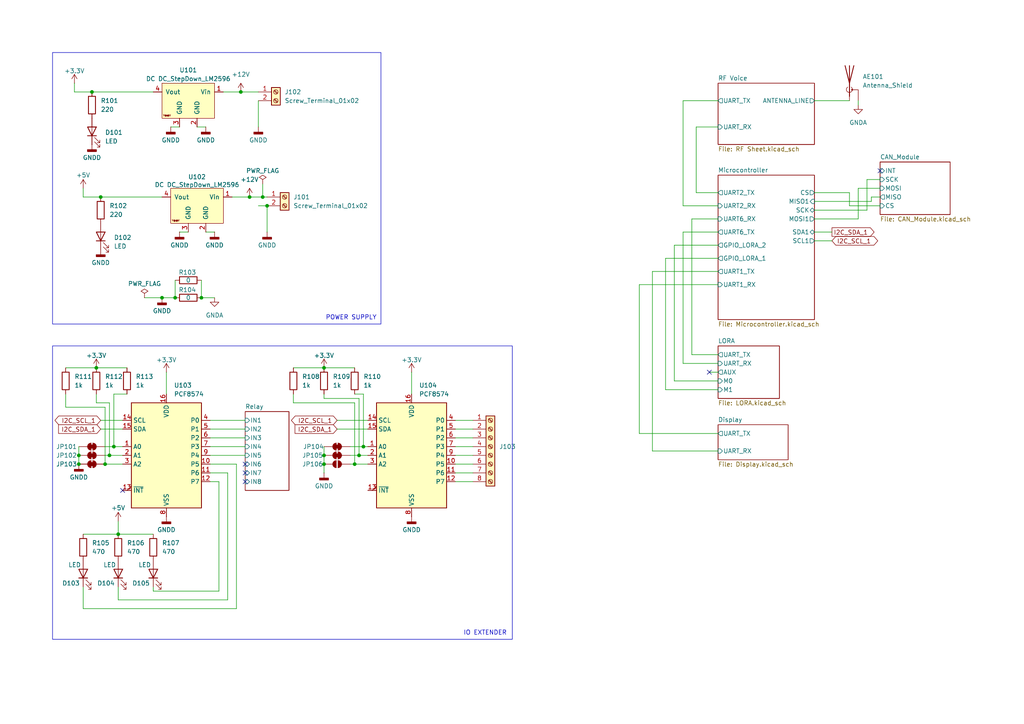
<source format=kicad_sch>
(kicad_sch (version 20231120) (generator "eeschema") (generator_version "8.0")
  (paper "A4")
  (title_block (date "2025-06-10"))
  (lib_symbols
    (symbol "Connector:Screw_Terminal_01x02" (pin_names (offset 1.016) hide)
      (property "Reference" "J" (at 0 2.54 0))
      (property "Value" "Screw_Terminal_01x02" (at 0 -5.08 0))
      (symbol "Screw_Terminal_01x02_1_1"
        (rectangle (start -1.27 1.27) (end 1.27 -3.81) (stroke (width 0.254)) (fill (type background)))
        (circle (center 0 -2.54) (radius 0.635) (stroke (width 0.1524)))
        (polyline (pts (xy -0.5334 -2.2098) (xy 0.3302 -3.048)) (stroke (width 0.1524)))
        (polyline (pts (xy -0.5334 0.3302) (xy 0.3302 -0.508)) (stroke (width 0.1524)))
        (polyline (pts (xy -0.3556 -2.032) (xy 0.508 -2.8702)) (stroke (width 0.1524)))
        (polyline (pts (xy -0.3556 0.508) (xy 0.508 -0.3302)) (stroke (width 0.1524)))
        (circle (center 0 0) (radius 0.635) (stroke (width 0.1524)))
        (pin passive line (at -5.08 0 0) (length 3.81) (name "Pin_1") (number "1"))
        (pin passive line (at -5.08 -2.54 0) (length 3.81) (name "Pin_2") (number "2"))
      )
    )
    (symbol "Connector:Screw_Terminal_01x08" (pin_names (offset 1.016) hide)
      (property "Reference" "J" (at 0 10.16 0))
      (property "Value" "Screw_Terminal_01x08" (at 0 -12.7 0))
      (symbol "Screw_Terminal_01x08_1_1"
        (rectangle (start -1.27 8.89) (end 1.27 -11.43) (stroke (width 0.254)) (fill (type background)))
        (circle (center 0 -10.16) (radius 0.635) (stroke (width 0.1524)))
        (circle (center 0 -7.62) (radius 0.635) (stroke (width 0.1524)))
        (circle (center 0 -5.08) (radius 0.635) (stroke (width 0.1524)))
        (circle (center 0 -2.54) (radius 0.635) (stroke (width 0.1524)))
        (polyline (pts (xy -0.5334 -9.8298) (xy 0.3302 -10.668)) (stroke (width 0.1524)))
        (polyline (pts (xy -0.5334 -7.2898) (xy 0.3302 -8.128)) (stroke (width 0.1524)))
        (polyline (pts (xy -0.5334 -4.7498) (xy 0.3302 -5.588)) (stroke (width 0.1524)))
        (polyline (pts (xy -0.5334 -2.2098) (xy 0.3302 -3.048)) (stroke (width 0.1524)))
        (polyline (pts (xy -0.5334 0.3302) (xy 0.3302 -0.508)) (stroke (width 0.1524)))
        (polyline (pts (xy -0.5334 2.8702) (xy 0.3302 2.032)) (stroke (width 0.1524)))
        (polyline (pts (xy -0.5334 5.4102) (xy 0.3302 4.572)) (stroke (width 0.1524)))
        (polyline (pts (xy -0.5334 7.9502) (xy 0.3302 7.112)) (stroke (width 0.1524)))
        (polyline (pts (xy -0.3556 -9.652) (xy 0.508 -10.4902)) (stroke (width 0.1524)))
        (polyline (pts (xy -0.3556 -7.112) (xy 0.508 -7.9502)) (stroke (width 0.1524)))
        (polyline (pts (xy -0.3556 -4.572) (xy 0.508 -5.4102)) (stroke (width 0.1524)))
        (polyline (pts (xy -0.3556 -2.032) (xy 0.508 -2.8702)) (stroke (width 0.1524)))
        (polyline (pts (xy -0.3556 0.508) (xy 0.508 -0.3302)) (stroke (width 0.1524)))
        (polyline (pts (xy -0.3556 3.048) (xy 0.508 2.2098)) (stroke (width 0.1524)))
        (polyline (pts (xy -0.3556 5.588) (xy 0.508 4.7498)) (stroke (width 0.1524)))
        (polyline (pts (xy -0.3556 8.128) (xy 0.508 7.2898)) (stroke (width 0.1524)))
        (circle (center 0 0) (radius 0.635) (stroke (width 0.1524)))
        (circle (center 0 2.54) (radius 0.635) (stroke (width 0.1524)))
        (circle (center 0 5.08) (radius 0.635) (stroke (width 0.1524)))
        (circle (center 0 7.62) (radius 0.635) (stroke (width 0.1524)))
        (pin passive line (at -5.08 7.62 0) (length 3.81) (name "Pin_1") (number "1"))
        (pin passive line (at -5.08 5.08 0) (length 3.81) (name "Pin_2") (number "2"))
        (pin passive line (at -5.08 2.54 0) (length 3.81) (name "Pin_3") (number "3"))
        (pin passive line (at -5.08 0 0) (length 3.81) (name "Pin_4") (number "4"))
        (pin passive line (at -5.08 -2.54 0) (length 3.81) (name "Pin_5") (number "5"))
        (pin passive line (at -5.08 -5.08 0) (length 3.81) (name "Pin_6") (number "6"))
        (pin passive line (at -5.08 -7.62 0) (length 3.81) (name "Pin_7") (number "7"))
        (pin passive line (at -5.08 -10.16 0) (length 3.81) (name "Pin_8") (number "8"))
      )
    )
    (symbol "DC DC Modules:DCDC_StepDown_LM2596" (pin_names (offset 1.016))
      (property "Reference" "U" (at -5.08 6.35 0))
      (property "Value" "DC DC_StepDown_LM2596" (at 0 11.43 0))
      (symbol "DCDC_StepDown_LM2596_0_1"
        (rectangle (start -7.62 5.08) (end 7.62 -5.08) (fill (type background)))
      )
      (symbol "DCDC_StepDown_LM2596_1_1"
        (text "Y@@V" (at 6.1976 -4.2672 0) (effects (font (size 0.508 0.508))))
        (pin power_in line (at -10.16 2.54 0) (length 2.54) (name "Vin") (number "1"))
        (pin power_in line (at -2.54 -7.62 90) (length 2.54) (name "GND") (number "2"))
        (pin power_in line (at 2.54 -7.62 90) (length 2.54) (name "GND") (number "3"))
        (pin power_out line (at 10.16 2.54 180) (length 2.54) (name "Vout") (number "4"))
      )
    )
    (symbol "Device:Antenna_Shield" (pin_numbers hide) (pin_names (offset 1.016) hide)
      (property "Reference" "AE" (at -1.905 4.445 0))
      (property "Value" "Antenna_Shield" (at -1.905 2.54 0))
      (symbol "Antenna_Shield_0_1"
        (arc (start -0.508 -1.143) (mid -0.8429 -2.1194) (end 0 -2.667))
        (arc (start 0 -2.667) (mid 0.7989 -2.1052) (end 0.508 -1.143))
        (polyline (pts (xy 0 -2.54) (xy 0 0)))
        (polyline (pts (xy 0 5.08) (xy 0 -3.81)) (stroke (width 0.254)))
        (polyline (pts (xy 0.762 -1.905) (xy 2.54 -1.905)))
        (polyline (pts (xy 2.54 -2.54) (xy 2.54 -1.905)))
        (polyline (pts (xy 1.27 5.08) (xy 0 0) (xy -1.27 5.08)) (stroke (width 0.254)))
        (circle (center 0.762 -1.905) (radius 0.1778) (fill (type outline)))
      )
      (symbol "Antenna_Shield_1_1"
        (pin input line (at 0 -5.08 90) (length 2.54) (name "A") (number "1"))
        (pin input line (at 2.54 -5.08 90) (length 2.54) (name "Shield") (number "2"))
      )
    )
    (symbol "Device:LED" (pin_numbers hide) (pin_names (offset 1.016) hide)
      (property "Reference" "D" (at 0 2.54 0))
      (property "Value" "LED" (at 0 -2.54 0))
      (symbol "LED_0_1"
        (polyline (pts (xy -1.27 -1.27) (xy -1.27 1.27)) (stroke (width 0.254)))
        (polyline (pts (xy -1.27 0) (xy 1.27 0)))
        (polyline (pts (xy 1.27 -1.27) (xy 1.27 1.27) (xy -1.27 0) (xy 1.27 -1.27)) (stroke (width 0.254)))
        (polyline (pts (xy -3.048 -0.762) (xy -4.572 -2.286) (xy -3.81 -2.286) (xy -4.572 -2.286) (xy -4.572 -1.524)))
        (polyline (pts (xy -1.778 -0.762) (xy -3.302 -2.286) (xy -2.54 -2.286) (xy -3.302 -2.286) (xy -3.302 -1.524)))
      )
      (symbol "LED_1_1"
        (pin passive line (at -3.81 0 0) (length 2.54) (name "K") (number "1"))
        (pin passive line (at 3.81 0 180) (length 2.54) (name "A") (number "2"))
      )
    )
    (symbol "Device:R" (pin_numbers hide) (pin_names (offset 0))
      (property "Reference" "R" (at 2.032 0 90))
      (property "Value" "R" (at 0 0 90))
      (symbol "R_0_1"
        (rectangle (start -1.016 -2.54) (end 1.016 2.54) (stroke (width 0.254)))
      )
      (symbol "R_1_1"
        (pin passive line (at 0 3.81 270) (length 1.27) (name "~") (number "1"))
        (pin passive line (at 0 -3.81 90) (length 1.27) (name "~") (number "2"))
      )
    )
    (symbol "Interface_Expansion:PCF8574"
      (property "Reference" "U" (at -8.89 16.51 0))
      (property "Value" "PCF8574" (at 2.54 16.51 0))
      (symbol "PCF8574_0_1"
        (rectangle (start -10.16 15.24) (end 10.16 -15.24) (stroke (width 0.254)) (fill (type background)))
      )
      (symbol "PCF8574_1_1"
        (pin input line (at -12.7 2.54 0) (length 2.54) (name "A0") (number "1"))
        (pin bidirectional line (at 12.7 -2.54 180) (length 2.54) (name "P5") (number "10"))
        (pin bidirectional line (at 12.7 -5.08 180) (length 2.54) (name "P6") (number "11"))
        (pin bidirectional line (at 12.7 -7.62 180) (length 2.54) (name "P7") (number "12"))
        (pin open_collector output_low (at -12.7 -10.16 0) (length 2.54) (name "~{INT}") (number "13"))
        (pin input line (at -12.7 10.16 0) (length 2.54) (name "SCL") (number "14"))
        (pin bidirectional line (at -12.7 7.62 0) (length 2.54) (name "SDA") (number "15"))
        (pin power_in line (at 0 17.78 270) (length 2.54) (name "VDD") (number "16"))
        (pin input line (at -12.7 0 0) (length 2.54) (name "A1") (number "2"))
        (pin input line (at -12.7 -2.54 0) (length 2.54) (name "A2") (number "3"))
        (pin bidirectional line (at 12.7 10.16 180) (length 2.54) (name "P0") (number "4"))
        (pin bidirectional line (at 12.7 7.62 180) (length 2.54) (name "P1") (number "5"))
        (pin bidirectional line (at 12.7 5.08 180) (length 2.54) (name "P2") (number "6"))
        (pin bidirectional line (at 12.7 2.54 180) (length 2.54) (name "P3") (number "7"))
        (pin power_in line (at 0 -17.78 90) (length 2.54) (name "VSS") (number "8"))
        (pin bidirectional line (at 12.7 0 180) (length 2.54) (name "P4") (number "9"))
      )
    )
    (symbol "Jumper:SolderJumper_2_Bridged" (pin_numbers hide) (pin_names (offset 0) hide) (exclude_from_sim yes) (in_bom no)
      (property "Reference" "JP" (at 0 2.032 0))
      (property "Value" "SolderJumper_2_Bridged" (at 0 -2.54 0))
      (symbol "SolderJumper_2_Bridged_0_1"
        (rectangle (start -0.508 0.508) (end 0.508 -0.508) (fill (type outline)))
        (arc (start -0.254 1.016) (mid -1.2656 0) (end -0.254 -1.016))
        (arc (start -0.254 1.016) (mid -1.2656 0) (end -0.254 -1.016) (fill (type outline)))
        (polyline (pts (xy -0.254 1.016) (xy -0.254 -1.016)))
        (polyline (pts (xy 0.254 1.016) (xy 0.254 -1.016)))
        (arc (start 0.254 -1.016) (mid 1.2656 0) (end 0.254 1.016))
        (arc (start 0.254 -1.016) (mid 1.2656 0) (end 0.254 1.016) (fill (type outline)))
      )
      (symbol "SolderJumper_2_Bridged_1_1"
        (pin passive line (at -3.81 0 0) (length 2.54) (name "A") (number "1"))
        (pin passive line (at 3.81 0 180) (length 2.54) (name "B") (number "2"))
      )
    )
    (symbol "Jumper:SolderJumper_2_Open" (pin_numbers hide) (pin_names (offset 0) hide) (exclude_from_sim yes) (in_bom no)
      (property "Reference" "JP" (at 0 2.032 0))
      (property "Value" "SolderJumper_2_Open" (at 0 -2.54 0))
      (symbol "SolderJumper_2_Open_0_1"
        (arc (start -0.254 1.016) (mid -1.2656 0) (end -0.254 -1.016))
        (arc (start -0.254 1.016) (mid -1.2656 0) (end -0.254 -1.016) (fill (type outline)))
        (polyline (pts (xy -0.254 1.016) (xy -0.254 -1.016)))
        (polyline (pts (xy 0.254 1.016) (xy 0.254 -1.016)))
        (arc (start 0.254 -1.016) (mid 1.2656 0) (end 0.254 1.016))
        (arc (start 0.254 -1.016) (mid 1.2656 0) (end 0.254 1.016) (fill (type outline)))
      )
      (symbol "SolderJumper_2_Open_1_1"
        (pin passive line (at -3.81 0 0) (length 2.54) (name "A") (number "1"))
        (pin passive line (at 3.81 0 180) (length 2.54) (name "B") (number "2"))
      )
    )
    (symbol "power:+12V" (power) (pin_numbers hide) (pin_names (offset 0) hide)
      (property "Value" "+12V" (at 0 3.556 0))
      (symbol "+12V_0_1"
        (polyline (pts (xy -0.762 1.27) (xy 0 2.54)))
        (polyline (pts (xy 0 0) (xy 0 2.54)))
        (polyline (pts (xy 0 2.54) (xy 0.762 1.27)))
      )
      (symbol "+12V_1_1"
        (pin power_in line (at 0 0 90) (length 0) (name "~") (number "1"))
      )
    )
    (symbol "power:+5V" (power) (pin_numbers hide) (pin_names (offset 0) hide)
      (property "Value" "+5V" (at 0 3.556 0))
      (symbol "+5V_0_1"
        (polyline (pts (xy -0.762 1.27) (xy 0 2.54)))
        (polyline (pts (xy 0 0) (xy 0 2.54)))
        (polyline (pts (xy 0 2.54) (xy 0.762 1.27)))
      )
      (symbol "+5V_1_1"
        (pin power_in line (at 0 0 90) (length 0) (name "~") (number "1"))
      )
    )
    (symbol "power:GNDA" (power) (pin_numbers hide) (pin_names (offset 0) hide)
      (property "Value" "GNDA" (at 0 -3.81 0))
      (symbol "GNDA_0_1"
        (polyline (pts (xy 0 0) (xy 0 -1.27) (xy 1.27 -1.27) (xy 0 -2.54) (xy -1.27 -1.27) (xy 0 -1.27)))
      )
      (symbol "GNDA_1_1"
        (pin power_in line (at 0 0 270) (length 0) (name "~") (number "1"))
      )
    )
    (symbol "power:GNDD" (power) (pin_numbers hide) (pin_names (offset 0) hide)
      (property "Value" "GNDD" (at 0 -3.175 0))
      (symbol "GNDD_0_1"
        (rectangle (start -1.27 -1.524) (end 1.27 -2.032) (stroke (width 0.254)) (fill (type outline)))
        (polyline (pts (xy 0 0) (xy 0 -1.524)))
      )
      (symbol "GNDD_1_1"
        (pin power_in line (at 0 0 270) (length 0) (name "~") (number "1"))
      )
    )
    (symbol "power:PWR_FLAG" (power) (pin_numbers hide) (pin_names (offset 0) hide)
      (property "Value" "PWR_FLAG" (at 0 3.81 0))
      (symbol "PWR_FLAG_0_0"
        (pin power_out line (at 0 0 90) (length 0) (name "~") (number "1"))
      )
      (symbol "PWR_FLAG_0_1"
        (polyline (pts (xy 0 0) (xy 0 1.27) (xy -1.016 1.905) (xy 0 2.54) (xy 1.016 1.905) (xy 0 1.27)))
      )
    )
    (symbol "power:VCC" (power) (pin_numbers hide) (pin_names (offset 0) hide)
      (property "Value" "VCC" (at 0 3.556 0))
      (symbol "VCC_0_1"
        (polyline (pts (xy -0.762 1.27) (xy 0 2.54)))
        (polyline (pts (xy 0 0) (xy 0 2.54)))
        (polyline (pts (xy 0 2.54) (xy 0.762 1.27)))
      )
      (symbol "VCC_1_1"
        (pin power_in line (at 0 0 90) (length 0) (name "~") (number "1"))
      )
    )
  )
  (junction (at 46.99 86.36))
  (junction (at 104.14 132.08))
  (junction (at 93.98 106.68))
  (junction (at 102.87 134.62))
  (junction (at 34.29 154.94))
  (junction (at 58.42 86.36))
  (junction (at 30.48 134.62))
  (junction (at 76.2 57.15))
  (junction (at 93.98 134.62))
  (junction (at 33.02 129.54))
  (junction (at 31.75 132.08))
  (junction (at 105.41 129.54))
  (junction (at 93.98 132.08))
  (junction (at 72.39 57.15))
  (junction (at 26.67 26.67))
  (junction (at 29.21 57.15))
  (junction (at 69.85 26.67))
  (junction (at 22.86 134.62))
  (junction (at 27.94 106.68))
  (junction (at 22.86 132.08))
  (junction (at 77.47 59.69))
  (junction (at 50.8 86.36))
  (no_connect (at 71.12 134.62))
  (no_connect (at 71.12 139.7))
  (no_connect (at 205.74 107.95))
  (no_connect (at 35.56 142.24))
  (no_connect (at 71.12 137.16))
  (no_connect (at 255.27 49.53))
  (wire (pts (xy 137.16 127) (xy 132.08 127)))
  (wire (pts (xy 200.66 63.5) (xy 200.66 102.87)))
  (wire (pts (xy 29.21 124.46) (xy 35.56 124.46)))
  (wire (pts (xy 68.58 176.53) (xy 68.58 134.62)))
  (wire (pts (xy 119.38 107.95) (xy 119.38 114.3)))
  (wire (pts (xy 27.94 114.3) (xy 27.94 116.84)))
  (wire (pts (xy 68.58 134.62) (xy 60.96 134.62)))
  (wire (pts (xy 185.42 82.55) (xy 208.28 82.55)))
  (wire (pts (xy 105.41 114.3) (xy 105.41 129.54)))
  (wire (pts (xy 208.28 55.88) (xy 201.93 55.88)))
  (wire (pts (xy 19.05 114.3) (xy 19.05 118.11)))
  (wire (pts (xy 105.41 114.3) (xy 102.87 114.3)))
  (wire (pts (xy 26.67 26.67) (xy 44.45 26.67)))
  (wire (pts (xy 248.92 29.21) (xy 248.92 30.48)))
  (wire (pts (xy 102.87 116.84) (xy 102.87 134.62)))
  (wire (pts (xy 63.5 139.7) (xy 60.96 139.7)))
  (wire (pts (xy 185.42 125.73) (xy 185.42 82.55)))
  (wire (pts (xy 104.14 132.08) (xy 101.6 132.08)))
  (wire (pts (xy 44.45 171.45) (xy 63.5 171.45)))
  (wire (pts (xy 200.66 102.87) (xy 208.28 102.87)))
  (wire (pts (xy 252.73 57.15) (xy 255.27 57.15)))
  (wire (pts (xy 19.05 106.68) (xy 27.94 106.68)))
  (wire (pts (xy 77.47 67.31) (xy 77.47 59.69)))
  (wire (pts (xy 93.98 106.68) (xy 102.87 106.68)))
  (wire (pts (xy 44.45 171.45) (xy 44.45 170.18)))
  (wire (pts (xy 85.09 116.84) (xy 102.87 116.84)))
  (wire (pts (xy 66.04 137.16) (xy 66.04 173.99)))
  (wire (pts (xy 236.22 67.31) (xy 241.3 67.31)))
  (wire (pts (xy 198.12 67.31) (xy 208.28 67.31)))
  (wire (pts (xy 101.6 134.62) (xy 102.87 134.62)))
  (wire (pts (xy 93.98 129.54) (xy 93.98 132.08)))
  (wire (pts (xy 137.16 129.54) (xy 132.08 129.54)))
  (wire (pts (xy 69.85 26.67) (xy 74.93 26.67)))
  (wire (pts (xy 236.22 60.96) (xy 251.46 60.96)))
  (wire (pts (xy 24.13 54.61) (xy 24.13 57.15)))
  (wire (pts (xy 208.28 74.93) (xy 193.04 74.93)))
  (wire (pts (xy 208.28 59.69) (xy 198.12 59.69)))
  (wire (pts (xy 252.73 58.42) (xy 252.73 57.15)))
  (wire (pts (xy 205.74 107.95) (xy 208.28 107.95)))
  (wire (pts (xy 46.99 86.36) (xy 50.8 86.36)))
  (wire (pts (xy 24.13 154.94) (xy 34.29 154.94)))
  (wire (pts (xy 137.16 121.92) (xy 132.08 121.92)))
  (wire (pts (xy 137.16 137.16) (xy 132.08 137.16)))
  (wire (pts (xy 63.5 171.45) (xy 63.5 139.7)))
  (wire (pts (xy 246.38 59.69) (xy 255.27 59.69)))
  (wire (pts (xy 60.96 127) (xy 71.12 127)))
  (wire (pts (xy 137.16 139.7) (xy 132.08 139.7)))
  (wire (pts (xy 208.28 125.73) (xy 185.42 125.73)))
  (wire (pts (xy 34.29 154.94) (xy 44.45 154.94)))
  (wire (pts (xy 33.02 129.54) (xy 35.56 129.54)))
  (wire (pts (xy 236.22 63.5) (xy 248.92 63.5)))
  (wire (pts (xy 72.39 57.15) (xy 76.2 57.15)))
  (wire (pts (xy 201.93 36.83) (xy 208.28 36.83)))
  (wire (pts (xy 24.13 170.18) (xy 24.13 176.53)))
  (wire (pts (xy 201.93 55.88) (xy 201.93 36.83)))
  (wire (pts (xy 104.14 115.57) (xy 104.14 132.08)))
  (wire (pts (xy 193.04 74.93) (xy 193.04 113.03)))
  (wire (pts (xy 29.21 121.92) (xy 35.56 121.92)))
  (wire (pts (xy 137.16 132.08) (xy 132.08 132.08)))
  (wire (pts (xy 30.48 129.54) (xy 33.02 129.54)))
  (wire (pts (xy 67.31 57.15) (xy 72.39 57.15)))
  (wire (pts (xy 34.29 151.13) (xy 34.29 154.94)))
  (wire (pts (xy 27.94 106.68) (xy 36.83 106.68)))
  (wire (pts (xy 62.23 67.31) (xy 59.69 67.31)))
  (wire (pts (xy 105.41 129.54) (xy 106.68 129.54)))
  (wire (pts (xy 189.23 130.81) (xy 208.28 130.81)))
  (wire (pts (xy 21.59 24.13) (xy 21.59 26.67)))
  (wire (pts (xy 30.48 118.11) (xy 30.48 134.62)))
  (wire (pts (xy 102.87 134.62) (xy 106.68 134.62)))
  (wire (pts (xy 236.22 55.88) (xy 246.38 55.88)))
  (wire (pts (xy 76.2 57.15) (xy 77.47 57.15)))
  (wire (pts (xy 97.79 121.92) (xy 106.68 121.92)))
  (wire (pts (xy 236.22 29.21) (xy 246.38 29.21)))
  (wire (pts (xy 64.77 26.67) (xy 69.85 26.67)))
  (wire (pts (xy 58.42 81.28) (xy 58.42 86.36)))
  (wire (pts (xy 52.07 67.31) (xy 54.61 67.31)))
  (wire (pts (xy 50.8 81.28) (xy 50.8 86.36)))
  (wire (pts (xy 208.28 71.12) (xy 195.58 71.12)))
  (wire (pts (xy 193.04 113.03) (xy 208.28 113.03)))
  (wire (pts (xy 66.04 173.99) (xy 34.29 173.99)))
  (wire (pts (xy 246.38 55.88) (xy 246.38 59.69)))
  (wire (pts (xy 48.26 107.95) (xy 48.26 114.3)))
  (wire (pts (xy 74.93 59.69) (xy 77.47 59.69)))
  (wire (pts (xy 208.28 105.41) (xy 198.12 105.41)))
  (wire (pts (xy 60.96 137.16) (xy 66.04 137.16)))
  (wire (pts (xy 85.09 106.68) (xy 93.98 106.68)))
  (wire (pts (xy 101.6 129.54) (xy 105.41 129.54)))
  (wire (pts (xy 104.14 132.08) (xy 106.68 132.08)))
  (wire (pts (xy 195.58 110.49) (xy 208.28 110.49)))
  (wire (pts (xy 137.16 134.62) (xy 132.08 134.62)))
  (wire (pts (xy 137.16 124.46) (xy 132.08 124.46)))
  (wire (pts (xy 31.75 116.84) (xy 31.75 132.08)))
  (wire (pts (xy 31.75 132.08) (xy 35.56 132.08)))
  (wire (pts (xy 34.29 173.99) (xy 34.29 170.18)))
  (wire (pts (xy 208.28 63.5) (xy 200.66 63.5)))
  (wire (pts (xy 198.12 29.21) (xy 208.28 29.21)))
  (wire (pts (xy 41.91 86.36) (xy 46.99 86.36)))
  (wire (pts (xy 24.13 57.15) (xy 29.21 57.15)))
  (wire (pts (xy 189.23 78.74) (xy 189.23 130.81)))
  (wire (pts (xy 33.02 114.3) (xy 33.02 129.54)))
  (wire (pts (xy 236.22 69.85) (xy 241.3 69.85)))
  (wire (pts (xy 248.92 54.61) (xy 255.27 54.61)))
  (wire (pts (xy 251.46 60.96) (xy 251.46 52.07)))
  (wire (pts (xy 85.09 114.3) (xy 85.09 116.84)))
  (wire (pts (xy 236.22 58.42) (xy 252.73 58.42)))
  (wire (pts (xy 74.93 36.83) (xy 74.93 29.21)))
  (wire (pts (xy 60.96 121.92) (xy 71.12 121.92)))
  (wire (pts (xy 251.46 52.07) (xy 255.27 52.07)))
  (wire (pts (xy 97.79 124.46) (xy 106.68 124.46)))
  (wire (pts (xy 198.12 59.69) (xy 198.12 29.21)))
  (wire (pts (xy 60.96 132.08) (xy 71.12 132.08)))
  (wire (pts (xy 21.59 26.67) (xy 26.67 26.67)))
  (wire (pts (xy 24.13 176.53) (xy 68.58 176.53)))
  (wire (pts (xy 59.69 36.83) (xy 57.15 36.83)))
  (wire (pts (xy 93.98 132.08) (xy 93.98 134.62)))
  (wire (pts (xy 93.98 115.57) (xy 104.14 115.57)))
  (wire (pts (xy 198.12 105.41) (xy 198.12 67.31)))
  (wire (pts (xy 27.94 116.84) (xy 31.75 116.84)))
  (wire (pts (xy 29.21 57.15) (xy 46.99 57.15)))
  (wire (pts (xy 30.48 134.62) (xy 35.56 134.62)))
  (wire (pts (xy 58.42 86.36) (xy 62.23 86.36)))
  (wire (pts (xy 60.96 124.46) (xy 71.12 124.46)))
  (wire (pts (xy 36.83 114.3) (xy 33.02 114.3)))
  (wire (pts (xy 60.96 129.54) (xy 71.12 129.54)))
  (wire (pts (xy 248.92 63.5) (xy 248.92 54.61)))
  (wire (pts (xy 22.86 129.54) (xy 22.86 132.08)))
  (wire (pts (xy 76.2 53.34) (xy 76.2 57.15)))
  (wire (pts (xy 19.05 118.11) (xy 30.48 118.11)))
  (wire (pts (xy 195.58 71.12) (xy 195.58 110.49)))
  (wire (pts (xy 49.53 36.83) (xy 52.07 36.83)))
  (wire (pts (xy 30.48 132.08) (xy 31.75 132.08)))
  (wire (pts (xy 208.28 78.74) (xy 189.23 78.74)))
  (wire (pts (xy 93.98 115.57) (xy 93.98 114.3)))
  (wire (pts (xy 93.98 134.62) (xy 93.98 137.16)))
  (wire (pts (xy 22.86 132.08) (xy 22.86 134.62)))
  (rectangle (start 15.24 15.24) (end 110.49 93.98))
  (rectangle (start 15.24 100.33) (end 148.59 185.42))
  (text "POWER SUPPLY" (at 101.854 92.202 0) (effects (font (size 1.27 1.27))))
  (text "IO EXTENDER" (at 140.716 183.642 0) (effects (font (size 1.27 1.27))))
  (global_label "I2C_SCL_1" (shape bidirectional) (at 29.21 121.92 180) (property "Intersheetrefs" "${INTERSHEET_REFS}" (effects (hide yes))))
  (global_label "I2C_SDA_1" (shape output) (at 241.3 67.31 0) (property "Intersheetrefs" "${INTERSHEET_REFS}" (effects (hide yes))))
  (global_label "I2C_SCL_1" (shape bidirectional) (at 241.3 69.85 0) (property "Intersheetrefs" "${INTERSHEET_REFS}" (effects (hide yes))))
  (global_label "I2C_SDA_1" (shape input) (at 29.21 124.46 180) (property "Intersheetrefs" "${INTERSHEET_REFS}" (effects (hide yes))))
  (global_label "I2C_SCL_1" (shape bidirectional) (at 97.79 121.92 180) (property "Intersheetrefs" "${INTERSHEET_REFS}" (effects (hide yes))))
  (global_label "I2C_SDA_1" (shape input) (at 97.79 124.46 180) (property "Intersheetrefs" "${INTERSHEET_REFS}" (effects (hide yes))))
  (symbol (lib_id "Jumper:SolderJumper_2_Bridged") (at 26.67 134.62 0) (unit 1) (exclude_from_sim yes) (in_bom no)
    (property "Reference" "JP103" (at 19.304 134.62 0))
    (property "Value" "SolderJumper_2_Bridged" (effects (hide yes)))
    (property "Description" "Solder Jumper, 2-pole, closed/bridged" (effects (hide yes)))
  )
  (symbol (lib_id "Device:LED") (at 24.13 166.37 90) (unit 1)
    (property "Reference" "D103" (at 18.034 169.164 90) (effects (justify right)))
    (property "Value" "LED" (at 19.812 163.83 90) (effects (justify right)))
    (property "Footprint" "LED_SMD:LED_1206_3216Metric_Pad1.42x1.75mm_HandSolder" (effects (hide yes)))
    (property "Description" "Light emitting diode" (effects (hide yes)))
  )
  (symbol (lib_id "Device:R") (at 102.87 110.49 0) (unit 1)
    (property "Reference" "R110" (at 105.41 109.2199 0) (effects (justify left)))
    (property "Value" "1k" (at 105.41 111.7599 0) (effects (justify left)))
    (property "Footprint" "Resistor_SMD:R_1206_3216Metric_Pad1.30x1.75mm_HandSolder" (effects (hide yes)))
    (property "Description" "Resistor" (effects (hide yes)))
  )
  (symbol (lib_id "power:VCC") (at 119.38 107.95 0) (unit 1)
    (property "Reference" "#PWR0120" (effects (hide yes)))
    (property "Value" "+3.3V" (at 119.38 104.394 0))
    (property "Description" "Power symbol creates a global label with name \"VCC\"" (effects (hide yes)))
  )
  (symbol (lib_id "Device:Antenna_Shield") (at 246.38 24.13 0) (unit 1)
    (property "Reference" "AE101" (at 250.19 22.2249 0) (effects (justify left)))
    (property "Value" "Antenna_Shield" (at 250.19 24.7649 0) (effects (justify left)))
    (property "Footprint" "Connector_Coaxial:SMA_Amphenol_132134-11_Vertical" (effects (hide yes)))
    (property "Description" "Antenna with extra pin for shielding" (effects (hide yes)))
  )
  (symbol (lib_id "DC DC Modules:DCDC_StepDown_LM2596") (at 54.61 29.21 0) (mirror y) (unit 1)
    (property "Reference" "U101" (at 54.61 20.32 0))
    (property "Value" "DC DC_StepDown_LM2596" (at 54.61 22.86 0))
    (property "Footprint" "DC DC Modules:DCDC_StepDown_LM2596" (effects (hide yes)))
    (property "Description" "module : adjustable step down module 3.2V-40V to 1.25V-35V 3A" (effects (hide yes)))
  )
  (symbol (lib_id "power:GNDD") (at 52.07 67.31 0) (unit 1)
    (property "Reference" "#PWR0109" (effects (hide yes)))
    (property "Value" "GNDD" (at 52.07 71.12 0))
    (property "Description" "Power symbol creates a global label with name \"GNDD\" , digital ground" (effects (hide yes)))
  )
  (symbol (lib_id "power:GNDD") (at 59.69 36.83 0) (unit 1)
    (property "Reference" "#PWR0102" (effects (hide yes)))
    (property "Value" "GNDD" (at 59.69 40.64 0))
    (property "Description" "Power symbol creates a global label with name \"GNDD\" , digital ground" (effects (hide yes)))
  )
  (symbol (lib_id "power:GNDD") (at 26.67 41.91 0) (unit 1)
    (property "Reference" "#PWR0106" (effects (hide yes)))
    (property "Value" "GNDD" (at 26.67 45.72 0))
    (property "Description" "Power symbol creates a global label with name \"GNDD\" , digital ground" (effects (hide yes)))
  )
  (symbol (lib_id "Device:R") (at 19.05 110.49 0) (unit 1)
    (property "Reference" "R111" (at 21.59 109.2199 0) (effects (justify left)))
    (property "Value" "1k" (at 21.59 111.7599 0) (effects (justify left)))
    (property "Footprint" "Resistor_SMD:R_1206_3216Metric_Pad1.30x1.75mm_HandSolder" (effects (hide yes)))
    (property "Description" "Resistor" (effects (hide yes)))
  )
  (symbol (lib_id "power:+12V") (at 69.85 26.67 0) (unit 1)
    (property "Reference" "#PWR0111" (effects (hide yes)))
    (property "Value" "+12V" (at 69.85 21.59 0))
    (property "Description" "Power symbol creates a global label with name \"+12V\"" (effects (hide yes)))
  )
  (symbol (lib_id "Device:R") (at 36.83 110.49 0) (unit 1)
    (property "Reference" "R113" (at 39.37 109.2199 0) (effects (justify left)))
    (property "Value" "1k" (at 39.37 111.7599 0) (effects (justify left)))
    (property "Footprint" "Resistor_SMD:R_1206_3216Metric_Pad1.30x1.75mm_HandSolder" (effects (hide yes)))
    (property "Description" "Resistor" (effects (hide yes)))
  )
  (symbol (lib_id "Device:R") (at 29.21 60.96 0) (unit 1)
    (property "Reference" "R102" (at 31.75 59.6899 0) (effects (justify left)))
    (property "Value" "220" (at 31.75 62.2299 0) (effects (justify left)))
    (property "Footprint" "Resistor_SMD:R_0805_2012Metric_Pad1.20x1.40mm_HandSolder" (effects (hide yes)))
    (property "Description" "Resistor" (effects (hide yes)))
  )
  (symbol (lib_id "Jumper:SolderJumper_2_Bridged") (at 26.67 132.08 0) (unit 1) (exclude_from_sim yes) (in_bom no)
    (property "Reference" "JP102" (at 19.304 132.08 0))
    (property "Value" "SolderJumper_2_Bridged" (effects (hide yes)))
    (property "Description" "Solder Jumper, 2-pole, closed/bridged" (effects (hide yes)))
  )
  (symbol (lib_id "Device:LED") (at 34.29 166.37 90) (unit 1)
    (property "Reference" "D104" (at 28.194 169.164 90) (effects (justify right)))
    (property "Value" "LED" (at 29.972 163.83 90) (effects (justify right)))
    (property "Footprint" "LED_SMD:LED_1206_3216Metric_Pad1.42x1.75mm_HandSolder" (effects (hide yes)))
    (property "Description" "Light emitting diode" (effects (hide yes)))
  )
  (symbol (lib_id "Device:LED") (at 29.21 68.58 90) (unit 1)
    (property "Reference" "D102" (at 33.02 68.8974 90) (effects (justify right)))
    (property "Value" "LED" (at 33.02 71.4374 90) (effects (justify right)))
    (property "Footprint" "LED_SMD:LED_1206_3216Metric_Pad1.42x1.75mm_HandSolder" (effects (hide yes)))
    (property "Description" "Light emitting diode" (effects (hide yes)))
  )
  (symbol (lib_id "Device:R") (at 27.94 110.49 0) (unit 1)
    (property "Reference" "R112" (at 30.48 109.2199 0) (effects (justify left)))
    (property "Value" "1k" (at 30.48 111.7599 0) (effects (justify left)))
    (property "Footprint" "Resistor_SMD:R_1206_3216Metric_Pad1.30x1.75mm_HandSolder" (effects (hide yes)))
    (property "Description" "Resistor" (effects (hide yes)))
  )
  (symbol (lib_id "power:GNDD") (at 93.98 137.16 0) (unit 1)
    (property "Reference" "#PWR0122" (effects (hide yes)))
    (property "Value" "GNDD" (at 93.98 140.97 0))
    (property "Description" "Power symbol creates a global label with name \"GNDD\" , digital ground" (effects (hide yes)))
  )
  (symbol (lib_id "DC DC Modules:DCDC_StepDown_LM2596") (at 57.15 59.69 0) (mirror y) (unit 1)
    (property "Reference" "U102" (at 57.15 51.308 0))
    (property "Value" "DC DC_StepDown_LM2596" (at 57.15 53.594 0))
    (property "Footprint" "DC DC Modules:DCDC_StepDown_LM2596" (effects (hide yes)))
    (property "Description" "module : adjustable step down module 3.2V-40V to 1.25V-35V 3A" (effects (hide yes)))
  )
  (symbol (lib_id "Jumper:SolderJumper_2_Bridged") (at 97.79 132.08 0) (unit 1) (exclude_from_sim yes) (in_bom no)
    (property "Reference" "JP105" (at 90.678 132.08 0))
    (property "Value" "SolderJumper_2_Bridged" (effects (hide yes)))
    (property "Description" "Solder Jumper, 2-pole, closed/bridged" (effects (hide yes)))
  )
  (symbol (lib_id "Device:R") (at 54.61 81.28 90) (unit 1)
    (property "Reference" "R103" (at 54.356 78.994 90))
    (property "Value" "0" (at 54.61 81.28 90))
    (property "Footprint" "Resistor_SMD:R_1206_3216Metric_Pad1.30x1.75mm_HandSolder" (effects (hide yes)))
    (property "Description" "Resistor" (effects (hide yes)))
  )
  (symbol (lib_id "Connector:Screw_Terminal_01x02") (at 80.01 26.67 0) (unit 1)
    (property "Reference" "J102" (at 82.55 26.6699 0) (effects (justify left)))
    (property "Value" "Screw_Terminal_01x02" (at 82.55 29.2099 0) (effects (justify left)))
    (property "Footprint" "TerminalBlock_Phoenix:TerminalBlock_Phoenix_MKDS-3-2-5.08_1x02_P5.08mm_Horizontal" (effects (hide yes)))
    (property "Description" "Generic screw terminal, single row, 01x02, script generated (kicad-library-utils/schlib/autogen/connector/)" (effects (hide yes)))
  )
  (symbol (lib_id "power:+5V") (at 34.29 151.13 0) (unit 1)
    (property "Reference" "#PWR0119" (effects (hide yes)))
    (property "Value" "+5V" (at 34.29 147.32 0))
    (property "Description" "Power symbol creates a global label with name \"+5V\"" (effects (hide yes)))
  )
  (symbol (lib_id "power:+5V") (at 24.13 54.61 0) (unit 1)
    (property "Reference" "#PWR0107" (effects (hide yes)))
    (property "Value" "+5V" (at 24.13 50.8 0))
    (property "Description" "Power symbol creates a global label with name \"+5V\"" (effects (hide yes)))
  )
  (symbol (lib_id "power:GNDD") (at 48.26 149.86 0) (unit 1)
    (property "Reference" "#PWR0117" (effects (hide yes)))
    (property "Value" "GNDD" (at 48.26 153.67 0))
    (property "Description" "Power symbol creates a global label with name \"GNDD\" , digital ground" (effects (hide yes)))
  )
  (symbol (lib_id "Device:R") (at 24.13 158.75 0) (unit 1)
    (property "Reference" "R105" (at 26.67 157.4799 0) (effects (justify left)))
    (property "Value" "470" (at 26.67 160.0199 0) (effects (justify left)))
    (property "Footprint" "Resistor_SMD:R_0805_2012Metric_Pad1.20x1.40mm_HandSolder" (effects (hide yes)))
    (property "Description" "Resistor" (effects (hide yes)))
  )
  (symbol (lib_id "Interface_Expansion:PCF8574") (at 119.38 132.08 0) (unit 1)
    (property "Reference" "U104" (at 121.5741 111.76 0) (effects (justify left)))
    (property "Value" "PCF8574" (at 121.5741 114.3 0) (effects (justify left)))
    (property "Footprint" "Package_SO:SOIC-16W_7.5x10.3mm_P1.27mm" (effects (hide yes)))
    (property "Datasheet" "http://www.nxp.com/docs/en/data-sheet/PCF8574_PCF8574A.pdf" (effects (hide yes)))
    (property "Description" "8 Bit Port/Expander to I2C Bus, DIP/SOIC-16" (effects (hide yes)))
  )
  (symbol (lib_id "power:VCC") (at 48.26 107.95 0) (unit 1)
    (property "Reference" "#PWR0118" (effects (hide yes)))
    (property "Value" "+3.3V" (at 48.26 104.394 0))
    (property "Description" "Power symbol creates a global label with name \"VCC\"" (effects (hide yes)))
  )
  (symbol (lib_id "Jumper:SolderJumper_2_Bridged") (at 26.67 129.54 0) (unit 1) (exclude_from_sim yes) (in_bom no)
    (property "Reference" "JP101" (at 19.304 129.54 0))
    (property "Value" "SolderJumper_2_Bridged" (effects (hide yes)))
    (property "Description" "Solder Jumper, 2-pole, closed/bridged" (effects (hide yes)))
  )
  (symbol (lib_id "power:GNDD") (at 77.47 67.31 0) (unit 1)
    (property "Reference" "#PWR0113" (effects (hide yes)))
    (property "Value" "GNDD" (at 77.47 71.12 0))
    (property "Description" "Power symbol creates a global label with name \"GNDD\" , digital ground" (effects (hide yes)))
  )
  (symbol (lib_id "power:PWR_FLAG") (at 41.91 86.36 0) (unit 1)
    (property "Reference" "#FLG0102" (effects (hide yes)))
    (property "Value" "PWR_FLAG" (at 37.084 82.296 0) (effects (justify left)))
    (property "Description" "Special symbol for telling ERC where power comes from" (effects (hide yes)))
  )
  (symbol (lib_id "Device:R") (at 93.98 110.49 0) (unit 1)
    (property "Reference" "R109" (at 96.52 109.2199 0) (effects (justify left)))
    (property "Value" "1k" (at 96.52 111.7599 0) (effects (justify left)))
    (property "Footprint" "Resistor_SMD:R_1206_3216Metric_Pad1.30x1.75mm_HandSolder" (effects (hide yes)))
    (property "Description" "Resistor" (effects (hide yes)))
  )
  (symbol (lib_id "Device:R") (at 54.61 86.36 90) (unit 1)
    (property "Reference" "R104" (at 54.356 84.074 90))
    (property "Value" "0" (at 54.61 86.36 90))
    (property "Footprint" "Resistor_SMD:R_1206_3216Metric_Pad1.30x1.75mm_HandSolder" (effects (hide yes)))
    (property "Description" "Resistor" (effects (hide yes)))
  )
  (symbol (lib_id "Device:R") (at 34.29 158.75 0) (unit 1)
    (property "Reference" "R106" (at 36.83 157.4799 0) (effects (justify left)))
    (property "Value" "470" (at 36.83 160.0199 0) (effects (justify left)))
    (property "Footprint" "Resistor_SMD:R_0805_2012Metric_Pad1.20x1.40mm_HandSolder" (effects (hide yes)))
    (property "Description" "Resistor" (effects (hide yes)))
  )
  (symbol (lib_id "Device:R") (at 85.09 110.49 0) (unit 1)
    (property "Reference" "R108" (at 87.63 109.2199 0) (effects (justify left)))
    (property "Value" "1k" (at 87.63 111.7599 0) (effects (justify left)))
    (property "Footprint" "Resistor_SMD:R_1206_3216Metric_Pad1.30x1.75mm_HandSolder" (effects (hide yes)))
    (property "Description" "Resistor" (effects (hide yes)))
  )
  (symbol (lib_id "power:GNDA") (at 248.92 30.48 0) (unit 1)
    (property "Reference" "#PWR0101" (effects (hide yes)))
    (property "Value" "GNDA" (at 248.92 35.56 0))
    (property "Description" "Power symbol creates a global label with name \"GNDA\" , analog ground" (effects (hide yes)))
  )
  (symbol (lib_id "Device:R") (at 26.67 30.48 0) (unit 1)
    (property "Reference" "R101" (at 29.21 29.2099 0) (effects (justify left)))
    (property "Value" "220" (at 29.21 31.7499 0) (effects (justify left)))
    (property "Footprint" "Resistor_SMD:R_0805_2012Metric_Pad1.20x1.40mm_HandSolder" (effects (hide yes)))
    (property "Description" "Resistor" (effects (hide yes)))
  )
  (symbol (lib_id "power:VCC") (at 27.94 106.68 0) (unit 1)
    (property "Reference" "#PWR0124" (effects (hide yes)))
    (property "Value" "+3.3V" (at 27.94 103.124 0))
    (property "Description" "Power symbol creates a global label with name \"VCC\"" (effects (hide yes)))
  )
  (symbol (lib_id "power:GNDA") (at 62.23 86.36 0) (unit 1)
    (property "Reference" "#PWR0115" (effects (hide yes)))
    (property "Value" "GNDA" (at 62.23 91.44 0))
    (property "Description" "Power symbol creates a global label with name \"GNDA\" , analog ground" (effects (hide yes)))
  )
  (symbol (lib_id "Device:R") (at 44.45 158.75 0) (unit 1)
    (property "Reference" "R107" (at 46.99 157.4799 0) (effects (justify left)))
    (property "Value" "470" (at 46.99 160.0199 0) (effects (justify left)))
    (property "Footprint" "Resistor_SMD:R_0805_2012Metric_Pad1.20x1.40mm_HandSolder" (effects (hide yes)))
    (property "Description" "Resistor" (effects (hide yes)))
  )
  (symbol (lib_id "power:+12V") (at 72.39 57.15 0) (unit 1)
    (property "Reference" "#PWR0112" (effects (hide yes)))
    (property "Value" "+12V" (at 72.39 52.07 0))
    (property "Description" "Power symbol creates a global label with name \"+12V\"" (effects (hide yes)))
  )
  (symbol (lib_id "power:GNDD") (at 49.53 36.83 0) (unit 1)
    (property "Reference" "#PWR0103" (effects (hide yes)))
    (property "Value" "GNDD" (at 49.53 40.64 0))
    (property "Description" "Power symbol creates a global label with name \"GNDD\" , digital ground" (effects (hide yes)))
  )
  (symbol (lib_id "Device:LED") (at 44.45 166.37 90) (unit 1)
    (property "Reference" "D105" (at 38.354 169.164 90) (effects (justify right)))
    (property "Value" "LED" (at 40.132 163.83 90) (effects (justify right)))
    (property "Footprint" "LED_SMD:LED_1206_3216Metric_Pad1.42x1.75mm_HandSolder" (effects (hide yes)))
    (property "Description" "Light emitting diode" (effects (hide yes)))
  )
  (symbol (lib_id "power:GNDD") (at 74.93 36.83 0) (unit 1)
    (property "Reference" "#PWR0104" (effects (hide yes)))
    (property "Value" "GNDD" (at 74.93 40.64 0))
    (property "Description" "Power symbol creates a global label with name \"GNDD\" , digital ground" (effects (hide yes)))
  )
  (symbol (lib_id "power:PWR_FLAG") (at 76.2 53.34 0) (unit 1)
    (property "Reference" "#FLG0103" (effects (hide yes)))
    (property "Value" "PWR_FLAG" (at 76.2 49.53 0))
    (property "Description" "Special symbol for telling ERC where power comes from" (effects (hide yes)))
  )
  (symbol (lib_id "power:GNDD") (at 29.21 72.39 0) (unit 1)
    (property "Reference" "#PWR0108" (effects (hide yes)))
    (property "Value" "GNDD" (at 29.21 76.2 0))
    (property "Description" "Power symbol creates a global label with name \"GNDD\" , digital ground" (effects (hide yes)))
  )
  (symbol (lib_id "power:GNDD") (at 119.38 149.86 0) (unit 1)
    (property "Reference" "#PWR0121" (effects (hide yes)))
    (property "Value" "GNDD" (at 119.38 153.67 0))
    (property "Description" "Power symbol creates a global label with name \"GNDD\" , digital ground" (effects (hide yes)))
  )
  (symbol (lib_id "Connector:Screw_Terminal_01x08") (at 142.24 129.54 0) (unit 1)
    (property "Reference" "J103" (at 144.78 129.5399 0) (effects (justify left)))
    (property "Value" "Screw_Terminal_01x08" (effects (hide yes)))
    (property "Description" "Generic screw terminal, single row, 01x08, script generated (kicad-library-utils/schlib/autogen/connector/)" (effects (hide yes)))
  )
  (symbol (lib_id "power:VCC") (at 93.98 106.68 0) (unit 1)
    (property "Reference" "#PWR0123" (effects (hide yes)))
    (property "Value" "+3.3V" (at 93.98 103.124 0))
    (property "Description" "Power symbol creates a global label with name \"VCC\"" (effects (hide yes)))
  )
  (symbol (lib_id "Jumper:SolderJumper_2_Bridged") (at 97.79 129.54 0) (unit 1) (exclude_from_sim yes) (in_bom no)
    (property "Reference" "JP104" (at 90.932 129.54 0))
    (property "Value" "SolderJumper_2_Bridged" (effects (hide yes)))
    (property "Description" "Solder Jumper, 2-pole, closed/bridged" (effects (hide yes)))
  )
  (symbol (lib_id "Device:LED") (at 26.67 38.1 90) (unit 1)
    (property "Reference" "D101" (at 30.48 38.4174 90) (effects (justify right)))
    (property "Value" "LED" (at 30.48 40.9574 90) (effects (justify right)))
    (property "Footprint" "LED_SMD:LED_1206_3216Metric_Pad1.42x1.75mm_HandSolder" (effects (hide yes)))
    (property "Description" "Light emitting diode" (effects (hide yes)))
  )
  (symbol (lib_id "power:GNDD") (at 62.23 67.31 0) (unit 1)
    (property "Reference" "#PWR0110" (effects (hide yes)))
    (property "Value" "GNDD" (at 62.23 71.12 0))
    (property "Description" "Power symbol creates a global label with name \"GNDD\" , digital ground" (effects (hide yes)))
  )
  (symbol (lib_id "Interface_Expansion:PCF8574") (at 48.26 132.08 0) (unit 1)
    (property "Reference" "U103" (at 50.4541 111.76 0) (effects (justify left)))
    (property "Value" "PCF8574" (at 50.4541 114.3 0) (effects (justify left)))
    (property "Footprint" "Package_SO:SOIC-16W_7.5x10.3mm_P1.27mm" (effects (hide yes)))
    (property "Datasheet" "http://www.nxp.com/docs/en/data-sheet/PCF8574_PCF8574A.pdf" (effects (hide yes)))
    (property "Description" "8 Bit Port/Expander to I2C Bus, DIP/SOIC-16" (effects (hide yes)))
  )
  (symbol (lib_id "Jumper:SolderJumper_2_Open") (at 97.79 134.62 0) (unit 1) (exclude_from_sim yes) (in_bom no)
    (property "Reference" "JP106" (at 90.678 134.62 0))
    (property "Value" "SolderJumper_2_Open" (effects (hide yes)))
    (property "Description" "Solder Jumper, 2-pole, open" (effects (hide yes)))
  )
  (symbol (lib_id "Connector:Screw_Terminal_01x02") (at 82.55 57.15 0) (unit 1)
    (property "Reference" "J101" (at 85.09 57.1499 0) (effects (justify left)))
    (property "Value" "Screw_Terminal_01x02" (at 85.09 59.6899 0) (effects (justify left)))
    (property "Footprint" "TerminalBlock_Phoenix:TerminalBlock_Phoenix_MKDS-3-2-5.08_1x02_P5.08mm_Horizontal" (effects (hide yes)))
    (property "Description" "Generic screw terminal, single row, 01x02, script generated (kicad-library-utils/schlib/autogen/connector/)" (effects (hide yes)))
  )
  (symbol (lib_id "power:VCC") (at 21.59 24.13 0) (unit 1)
    (property "Reference" "#PWR0105" (effects (hide yes)))
    (property "Value" "+3.3V" (at 21.59 20.574 0))
    (property "Description" "Power symbol creates a global label with name \"VCC\"" (effects (hide yes)))
  )
  (symbol (lib_id "power:GNDD") (at 22.86 134.62 0) (unit 1)
    (property "Reference" "#PWR0116" (effects (hide yes)))
    (property "Value" "GNDD" (at 22.86 138.43 0))
    (property "Description" "Power symbol creates a global label with name \"GNDD\" , digital ground" (effects (hide yes)))
  )
  (symbol (lib_id "power:GNDD") (at 46.99 86.36 0) (unit 1)
    (property "Reference" "#PWR0114" (effects (hide yes)))
    (property "Value" "GNDD" (at 46.99 90.17 0))
    (property "Description" "Power symbol creates a global label with name \"GNDD\" , digital ground" (effects (hide yes)))
  )
  (sheet (at 208.28 123.19) (size 20.32 10.16) (stroke (width 0.1524))
    (property "Sheetname" "Display" (at 208.28 122.4784 0) (effects (justify left bottom)))
    (property "Sheetfile" "Display.kicad_sch" (at 208.28 133.9346 0) (effects (justify left top)))
    (pin "UART_TX" output (at 208.28 125.73 180))
    (pin "UART_RX" input (at 208.28 130.81 180))
  )
  (sheet (at 71.12 119.38) (size 12.7 22.86) (stroke (width 0.1524))
    (property "Sheetname" "Relay" (at 71.12 118.6684 0) (effects (justify left bottom)))
    (property "Sheetfile" "ULN2803+Relay.kicad_sch" (effects (hide yes)))
    (pin "IN2" input (at 71.12 124.46 180))
    (pin "IN4" input (at 71.12 129.54 180))
    (pin "IN3" input (at 71.12 127 180))
    (pin "IN1" input (at 71.12 121.92 180))
    (pin "IN5" input (at 71.12 132.08 180))
    (pin "IN7" input (at 71.12 137.16 180))
    (pin "IN6" input (at 71.12 134.62 180))
    (pin "IN8" input (at 71.12 139.7 180))
  )
  (sheet (at 208.28 24.13) (size 27.94 17.78) (stroke (width 0.1524))
    (property "Sheetname" "RF Voice" (at 208.28 23.4184 0) (effects (justify left bottom)))
    (property "Sheetfile" "RF Sheet.kicad_sch" (at 208.28 42.4946 0) (effects (justify left top)))
    (pin "UART_TX" output (at 208.28 29.21 180))
    (pin "UART_RX" input (at 208.28 36.83 180))
    (pin "ANTENNA_LINE" output (at 236.22 29.21 0))
  )
  (sheet (at 255.27 46.99) (size 20.32 15.24) (stroke (width 0.1524))
    (property "Sheetname" "CAN_Module" (at 255.27 46.2784 0) (effects (justify left bottom)))
    (property "Sheetfile" "CAN_Module.kicad_sch" (at 255.27 62.8146 0) (effects (justify left top)))
    (pin "INT" input (at 255.27 49.53 180))
    (pin "SCK" input (at 255.27 52.07 180))
    (pin "MOSI" input (at 255.27 54.61 180))
    (pin "MISO" output (at 255.27 57.15 180))
    (pin "CS" input (at 255.27 59.69 180))
  )
  (sheet (at 208.28 100.33) (size 17.78 15.24) (stroke (width 0.1524))
    (property "Sheetname" "LORA" (at 208.28 99.6184 0) (effects (justify left bottom)))
    (property "Sheetfile" "LORA.kicad_sch" (at 208.28 116.1546 0) (effects (justify left top)))
    (pin "AUX" output (at 208.28 107.95 180))
    (pin "UART_RX" input (at 208.28 105.41 180))
    (pin "UART_TX" output (at 208.28 102.87 180))
    (pin "M0" input (at 208.28 110.49 180))
    (pin "M1" input (at 208.28 113.03 180))
  )
  (sheet (at 208.28 50.8) (size 27.94 41.91) (stroke (width 0.1524))
    (property "Sheetname" "Microcontroller" (at 208.28 50.0884 0) (effects (justify left bottom)))
    (property "Sheetfile" "Microcontroller.kicad_sch" (at 208.28 93.2946 0) (effects (justify left top)))
    (pin "UART2_TX" output (at 208.28 55.88 180))
    (pin "UART2_RX" input (at 208.28 59.69 180))
    (pin "UART6_RX" input (at 208.28 63.5 180))
    (pin "UART6_TX" output (at 208.28 67.31 180))
    (pin "GPIO_LORA_2" output (at 208.28 71.12 180))
    (pin "GPIO_LORA_1" output (at 208.28 74.93 180))
    (pin "UART1_TX" output (at 208.28 78.74 180))
    (pin "UART1_RX" input (at 208.28 82.55 180))
    (pin "CS" output (at 236.22 55.88 0))
    (pin "MISO1" input (at 236.22 58.42 0))
    (pin "SCK" bidirectional (at 236.22 60.96 0))
    (pin "MOSI1" output (at 236.22 63.5 0))
    (pin "SDA1" bidirectional (at 236.22 67.31 0))
    (pin "SCL1" output (at 236.22 69.85 0))
  )
)
</source>
